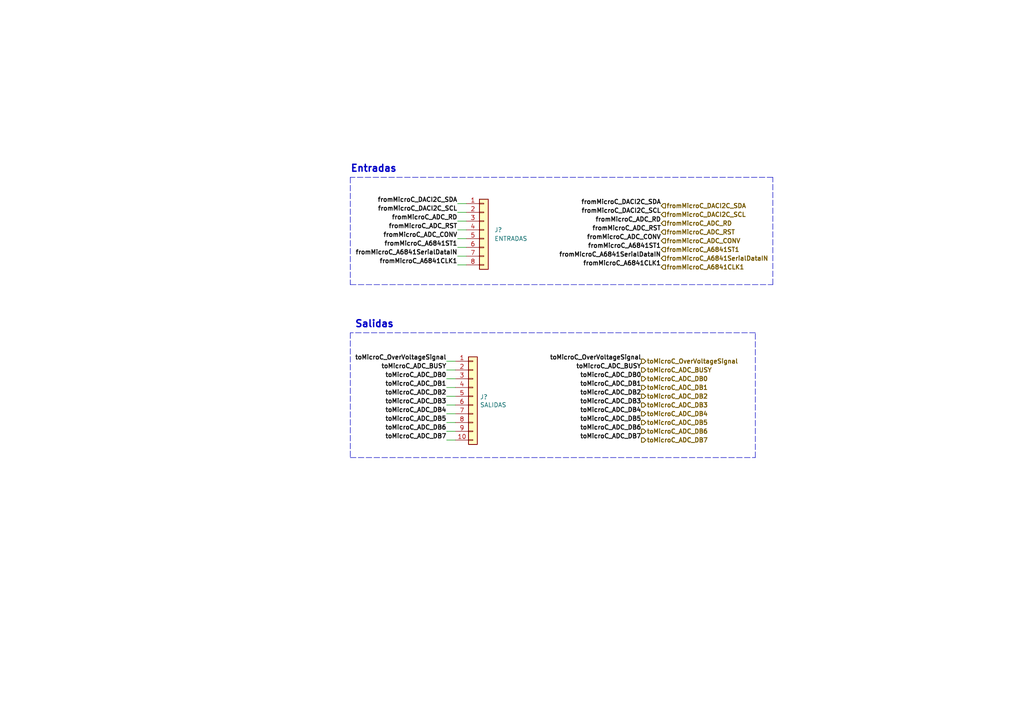
<source format=kicad_sch>
(kicad_sch (version 20211123) (generator eeschema)
  (paper "A4")
  (lib_symbols
    (symbol "Connector_Generic:Conn_01x08" (pin_names (offset 1.016) hide)
      (property "Reference" "J" (at 0 10.16 0))
      (property "Value" "Conn_01x08" (at 0 -12.7 0))
      (symbol "Conn_01x08_1_1"
        (rectangle (start -1.27 -10.033) (end 0 -10.287) (stroke (width 0.1524)))
        (rectangle (start -1.27 -7.493) (end 0 -7.747) (stroke (width 0.1524)))
        (rectangle (start -1.27 -4.953) (end 0 -5.207) (stroke (width 0.1524)))
        (rectangle (start -1.27 -2.413) (end 0 -2.667) (stroke (width 0.1524)))
        (rectangle (start -1.27 0.127) (end 0 -0.127) (stroke (width 0.1524)))
        (rectangle (start -1.27 2.667) (end 0 2.413) (stroke (width 0.1524)))
        (rectangle (start -1.27 5.207) (end 0 4.953) (stroke (width 0.1524)))
        (rectangle (start -1.27 7.747) (end 0 7.493) (stroke (width 0.1524)))
        (rectangle (start -1.27 8.89) (end 1.27 -11.43) (stroke (width 0.254)) (fill (type background)))
        (pin passive line (at -5.08 7.62 0) (length 3.81) (name "Pin_1") (number "1"))
        (pin passive line (at -5.08 5.08 0) (length 3.81) (name "Pin_2") (number "2"))
        (pin passive line (at -5.08 2.54 0) (length 3.81) (name "Pin_3") (number "3"))
        (pin passive line (at -5.08 0 0) (length 3.81) (name "Pin_4") (number "4"))
        (pin passive line (at -5.08 -2.54 0) (length 3.81) (name "Pin_5") (number "5"))
        (pin passive line (at -5.08 -5.08 0) (length 3.81) (name "Pin_6") (number "6"))
        (pin passive line (at -5.08 -7.62 0) (length 3.81) (name "Pin_7") (number "7"))
        (pin passive line (at -5.08 -10.16 0) (length 3.81) (name "Pin_8") (number "8"))
      )
    )
    (symbol "Connector_Generic:Conn_01x10" (pin_names (offset 1.016) hide)
      (property "Reference" "J" (at 0 12.7 0))
      (property "Value" "Conn_01x10" (at 0 -15.24 0))
      (symbol "Conn_01x10_1_1"
        (rectangle (start -1.27 -12.573) (end 0 -12.827) (stroke (width 0.1524)))
        (rectangle (start -1.27 -10.033) (end 0 -10.287) (stroke (width 0.1524)))
        (rectangle (start -1.27 -7.493) (end 0 -7.747) (stroke (width 0.1524)))
        (rectangle (start -1.27 -4.953) (end 0 -5.207) (stroke (width 0.1524)))
        (rectangle (start -1.27 -2.413) (end 0 -2.667) (stroke (width 0.1524)))
        (rectangle (start -1.27 0.127) (end 0 -0.127) (stroke (width 0.1524)))
        (rectangle (start -1.27 2.667) (end 0 2.413) (stroke (width 0.1524)))
        (rectangle (start -1.27 5.207) (end 0 4.953) (stroke (width 0.1524)))
        (rectangle (start -1.27 7.747) (end 0 7.493) (stroke (width 0.1524)))
        (rectangle (start -1.27 10.287) (end 0 10.033) (stroke (width 0.1524)))
        (rectangle (start -1.27 11.43) (end 1.27 -13.97) (stroke (width 0.254)) (fill (type background)))
        (pin passive line (at -5.08 10.16 0) (length 3.81) (name "Pin_1") (number "1"))
        (pin passive line (at -5.08 -12.7 0) (length 3.81) (name "Pin_10") (number "10"))
        (pin passive line (at -5.08 7.62 0) (length 3.81) (name "Pin_2") (number "2"))
        (pin passive line (at -5.08 5.08 0) (length 3.81) (name "Pin_3") (number "3"))
        (pin passive line (at -5.08 2.54 0) (length 3.81) (name "Pin_4") (number "4"))
        (pin passive line (at -5.08 0 0) (length 3.81) (name "Pin_5") (number "5"))
        (pin passive line (at -5.08 -2.54 0) (length 3.81) (name "Pin_6") (number "6"))
        (pin passive line (at -5.08 -5.08 0) (length 3.81) (name "Pin_7") (number "7"))
        (pin passive line (at -5.08 -7.62 0) (length 3.81) (name "Pin_8") (number "8"))
        (pin passive line (at -5.08 -10.16 0) (length 3.81) (name "Pin_9") (number "9"))
      )
    )
  )
  (polyline (pts (xy 101.6 82.55) (xy 224.155 82.55)))
  (polyline (pts (xy 101.6 96.52) (xy 101.6 132.715)))
  (wire (pts (xy 132.715 76.835) (xy 135.255 76.835)))
  (wire (pts (xy 132.08 122.555) (xy 129.54 122.555)))
  (wire (pts (xy 135.255 59.055) (xy 132.715 59.055)))
  (wire (pts (xy 135.255 64.135) (xy 132.715 64.135)))
  (polyline (pts (xy 224.155 51.435) (xy 101.6 51.435)))
  (wire (pts (xy 135.255 74.295) (xy 132.715 74.295)))
  (polyline (pts (xy 101.6 132.715) (xy 219.075 132.715)))
  (polyline (pts (xy 219.075 132.715) (xy 219.075 96.52)))
  (wire (pts (xy 132.08 107.315) (xy 129.54 107.315)))
  (wire (pts (xy 129.54 120.015) (xy 132.08 120.015)))
  (wire (pts (xy 132.715 71.755) (xy 135.255 71.755)))
  (wire (pts (xy 132.715 61.595) (xy 135.255 61.595)))
  (wire (pts (xy 129.54 125.095) (xy 132.08 125.095)))
  (wire (pts (xy 132.08 127.635) (xy 129.54 127.635)))
  (polyline (pts (xy 224.155 82.55) (xy 224.155 51.435)))
  (wire (pts (xy 132.08 117.475) (xy 129.54 117.475)))
  (polyline (pts (xy 101.6 51.435) (xy 101.6 82.55)))
  (wire (pts (xy 132.08 112.395) (xy 129.54 112.395)))
  (wire (pts (xy 135.255 69.215) (xy 132.715 69.215)))
  (wire (pts (xy 129.54 109.855) (xy 132.08 109.855)))
  (wire (pts (xy 132.715 66.675) (xy 135.255 66.675)))
  (wire (pts (xy 129.54 104.775) (xy 132.08 104.775)))
  (wire (pts (xy 129.54 114.935) (xy 132.08 114.935)))
  (polyline (pts (xy 219.075 96.52) (xy 101.6 96.52)))
  (text "Entradas\n" (at 101.6 50.165 0) (effects (font (size 2 2) bold) (justify left bottom)))
  (text "Salidas\n" (at 102.87 95.25 0) (effects (font (size 2 2) bold) (justify left bottom)))
  (label "fromMicroC_ADC_RD" (at 132.715 64.135 180) (effects (font (thickness 0.254) bold)))
  (label "fromMicroC_DACI2C_SDA" (at 191.77 59.69 180) (effects (font (thickness 0.254) bold)))
  (label "fromMicroC_A6841SerialDataIN" (at 191.77 74.93 180) (effects (font (thickness 0.254) bold)))
  (label "toMicroC_ADC_DB4" (at 186.055 120.015 180) (effects (font (thickness 0.254) bold)))
  (label "toMicroC_ADC_DB4" (at 129.54 120.015 180) (effects (font (thickness 0.254) bold)))
  (label "fromMicroC_A6841CLK1" (at 132.715 76.835 180) (effects (font (thickness 0.254) bold)))
  (label "toMicroC_ADC_DB3" (at 186.055 117.475 180) (effects (font (thickness 0.254) bold)))
  (label "toMicroC_ADC_DB5" (at 186.055 122.555 180) (effects (font (thickness 0.254) bold)))
  (label "toMicroC_ADC_DB6" (at 129.54 125.095 180) (effects (font (thickness 0.254) bold)))
  (label "fromMicroC_A6841ST1" (at 132.715 71.755 180) (effects (font (thickness 0.254) bold)))
  (label "fromMicroC_ADC_CONV" (at 191.77 69.85 180) (effects (font (thickness 0.254) bold)))
  (label "fromMicroC_DACI2C_SDA" (at 132.715 59.055 180) (effects (font (thickness 0.254) bold)))
  (label "toMicroC_ADC_DB7" (at 129.54 127.635 180) (effects (font (thickness 0.254) bold)))
  (label "fromMicroC_ADC_RST" (at 191.77 67.31 180) (effects (font (thickness 0.254) bold)))
  (label "fromMicroC_A6841ST1" (at 191.77 72.39 180) (effects (font (thickness 0.254) bold)))
  (label "toMicroC_ADC_DB0" (at 186.055 109.855 180) (effects (font (thickness 0.254) bold)))
  (label "toMicroC_ADC_DB2" (at 186.055 114.935 180) (effects (font (thickness 0.254) bold)))
  (label "toMicroC_ADC_DB0" (at 129.54 109.855 180) (effects (font (thickness 0.254) bold)))
  (label "toMicroC_ADC_DB1" (at 129.54 112.395 180) (effects (font (thickness 0.254) bold)))
  (label "fromMicroC_A6841CLK1" (at 191.77 77.47 180) (effects (font (thickness 0.254) bold)))
  (label "toMicroC_OverVoltageSignal" (at 129.54 104.775 180) (effects (font (thickness 0.254) bold)))
  (label "toMicroC_ADC_BUSY" (at 186.055 107.315 180) (effects (font (thickness 0.254) bold)))
  (label "fromMicroC_DACI2C_SCL" (at 191.77 62.23 180) (effects (font (thickness 0.254) bold)))
  (label "toMicroC_ADC_DB6" (at 186.055 125.095 180) (effects (font (thickness 0.254) bold)))
  (label "fromMicroC_ADC_RD" (at 191.77 64.77 180) (effects (font (thickness 0.254) bold)))
  (label "toMicroC_ADC_DB7" (at 186.055 127.635 180) (effects (font (thickness 0.254) bold)))
  (label "fromMicroC_ADC_CONV" (at 132.715 69.215 180) (effects (font (thickness 0.254) bold)))
  (label "toMicroC_ADC_DB2" (at 129.54 114.935 180) (effects (font (thickness 0.254) bold)))
  (label "toMicroC_ADC_DB1" (at 186.055 112.395 180) (effects (font (thickness 0.254) bold)))
  (label "toMicroC_OverVoltageSignal" (at 186.055 104.775 180) (effects (font (thickness 0.254) bold)))
  (label "fromMicroC_DACI2C_SCL" (at 132.715 61.595 180) (effects (font (thickness 0.254) bold)))
  (label "toMicroC_ADC_DB3" (at 129.54 117.475 180) (effects (font (thickness 0.254) bold)))
  (label "toMicroC_ADC_DB5" (at 129.54 122.555 180) (effects (font (thickness 0.254) bold)))
  (label "toMicroC_ADC_BUSY" (at 129.54 107.315 180) (effects (font (thickness 0.254) bold)))
  (label "fromMicroC_A6841SerialDataIN" (at 132.715 74.295 180) (effects (font (thickness 0.254) bold)))
  (label "fromMicroC_ADC_RST" (at 132.715 66.675 180) (effects (font (thickness 0.254) bold)))
  (hierarchical_label "fromMicroC_A6841CLK1" (shape input) (at 191.77 77.47 0) (effects (font bold)))
  (hierarchical_label "toMicroC_ADC_DB1" (shape output) (at 186.055 112.395 0) (effects (font bold)))
  (hierarchical_label "toMicroC_ADC_DB7" (shape output) (at 186.055 127.635 0) (effects (font bold)))
  (hierarchical_label "fromMicroC_DACI2C_SCL" (shape input) (at 191.77 62.23 0) (effects (font bold)))
  (hierarchical_label "fromMicroC_DACI2C_SDA" (shape input) (at 191.77 59.69 0) (effects (font bold)))
  (hierarchical_label "fromMicroC_A6841ST1" (shape input) (at 191.77 72.39 0) (effects (font bold)))
  (hierarchical_label "toMicroC_OverVoltageSignal" (shape output) (at 186.055 104.775 0) (effects (font bold)))
  (hierarchical_label "toMicroC_ADC_DB2" (shape output) (at 186.055 114.935 0) (effects (font bold)))
  (hierarchical_label "toMicroC_ADC_DB6" (shape output) (at 186.055 125.095 0) (effects (font bold)))
  (hierarchical_label "toMicroC_ADC_DB3" (shape output) (at 186.055 117.475 0) (effects (font bold)))
  (hierarchical_label "fromMicroC_A6841SerialDataIN" (shape input) (at 191.77 74.93 0) (effects (font bold)))
  (hierarchical_label "fromMicroC_ADC_RST" (shape input) (at 191.77 67.31 0) (effects (font bold)))
  (hierarchical_label "toMicroC_ADC_DB4" (shape output) (at 186.055 120.015 0) (effects (font bold)))
  (hierarchical_label "fromMicroC_ADC_RD" (shape input) (at 191.77 64.77 0) (effects (font bold)))
  (hierarchical_label "toMicroC_ADC_DB5" (shape output) (at 186.055 122.555 0) (effects (font bold)))
  (hierarchical_label "toMicroC_ADC_BUSY" (shape output) (at 186.055 107.315 0) (effects (font bold)))
  (hierarchical_label "fromMicroC_ADC_CONV" (shape input) (at 191.77 69.85 0) (effects (font bold)))
  (hierarchical_label "toMicroC_ADC_DB0" (shape output) (at 186.055 109.855 0) (effects (font bold)))
  (symbol (lib_id "Connector_Generic:Conn_01x08") (at 140.335 66.675 0) (unit 1)
    (property "Reference" "J?" (at 143.383 66.6749 0) (effects (justify left)))
    (property "Value" "ENTRADAS" (at 143.383 69.2149 0) (effects (justify left)))
  )
  (symbol (lib_id "Connector_Generic:Conn_01x10") (at 137.16 114.935 0) (unit 1)
    (property "Reference" "J?" (at 139.192 115.1382 0) (effects (justify left)))
    (property "Value" "SALIDAS" (at 139.192 117.4496 0) (effects (justify left)))
    (property "Footprint" "Connector_PinHeader_2.54mm:PinHeader_2x05_P2.54mm_Vertical" (effects hide))
  )
)
</source>
